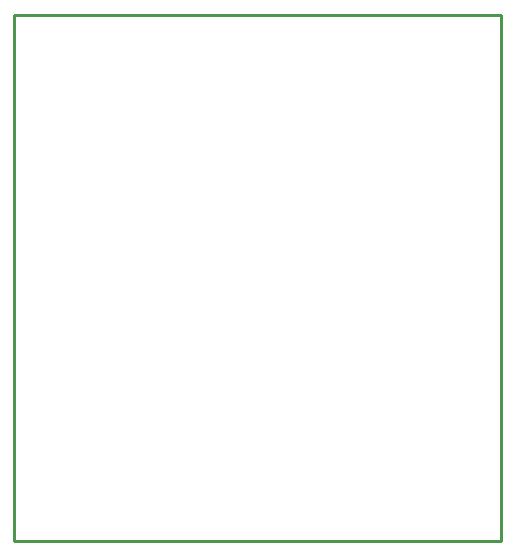
<source format=gm1>
G04*
G04 #@! TF.GenerationSoftware,Altium Limited,Altium Designer,19.0.10 (269)*
G04*
G04 Layer_Color=16711935*
%FSLAX25Y25*%
%MOIN*%
G70*
G01*
G75*
%ADD11C,0.01000*%
D11*
X138000Y197000D02*
Y372500D01*
Y197000D02*
X300500D01*
Y372500D01*
X138000D02*
X300500D01*
M02*

</source>
